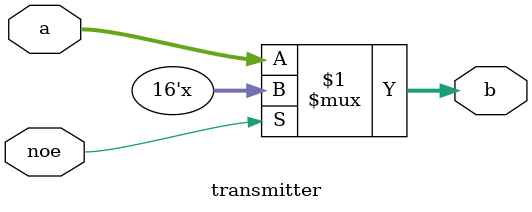
<source format=sv>
module transmitter(
  input logic[15:0] a,
  output logic[15:0] b,
  input logic noe
);

assign b = noe ? 16'hzzzz : a;

endmodule
</source>
